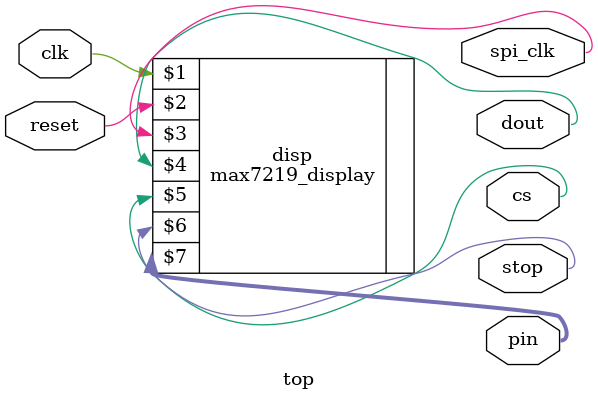
<source format=sv>
module top(
   input logic clk, reset,
   output logic spi_clk, dout, cs, stop,
   output logic [10:1] pin
   );

   // assign pin = 10'b0;
   max7219_display disp(clk, reset, spi_clk, dout, cs, stop, pin);

endmodule

</source>
